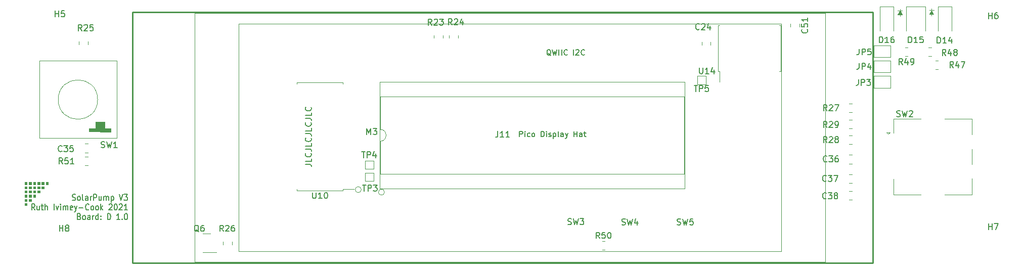
<source format=gto>
%TF.GenerationSoftware,KiCad,Pcbnew,(6.0.0-rc1-393-g0ad0627bb0)*%
%TF.CreationDate,2021-12-16T01:21:56+00:00*%
%TF.ProjectId,solarpump_disp,736f6c61-7270-4756-9d70-5f646973702e,1.0*%
%TF.SameCoordinates,Original*%
%TF.FileFunction,Legend,Top*%
%TF.FilePolarity,Positive*%
%FSLAX46Y46*%
G04 Gerber Fmt 4.6, Leading zero omitted, Abs format (unit mm)*
G04 Created by KiCad (PCBNEW (6.0.0-rc1-393-g0ad0627bb0)) date 2021-12-16 01:21:56*
%MOMM*%
%LPD*%
G01*
G04 APERTURE LIST*
%ADD10C,0.120000*%
%ADD11C,0.150000*%
%ADD12C,0.160000*%
%ADD13C,0.060000*%
%ADD14C,0.250000*%
%ADD15C,0.100000*%
G04 APERTURE END LIST*
D10*
X170078400Y-13944600D02*
X169697400Y-13919200D01*
X169697400Y-13919200D02*
X170459400Y-13919200D01*
X170459400Y-13919200D02*
X170078400Y-13944600D01*
G36*
X170078400Y-13944600D02*
G01*
X169697400Y-13919200D01*
X170459400Y-13919200D01*
X170078400Y-13944600D01*
G37*
X170078400Y-13944600D02*
X169697400Y-13919200D01*
X170459400Y-13919200D01*
X170078400Y-13944600D01*
X170078400Y-14884400D02*
X170078400Y-13665200D01*
X165125400Y-14706600D02*
X164414200Y-14706600D01*
X164414200Y-14706600D02*
X164769800Y-14071600D01*
X164769800Y-14071600D02*
X165125400Y-14706600D01*
G36*
X165125400Y-14706600D02*
G01*
X164414200Y-14706600D01*
X164769800Y-14071600D01*
X165125400Y-14706600D01*
G37*
X165125400Y-14706600D02*
X164414200Y-14706600D01*
X164769800Y-14071600D01*
X165125400Y-14706600D01*
X170434000Y-14630400D02*
X169722800Y-14630400D01*
X169722800Y-14630400D02*
X170078400Y-13995400D01*
X170078400Y-13995400D02*
X170434000Y-14630400D01*
G36*
X170434000Y-14630400D02*
G01*
X169722800Y-14630400D01*
X170078400Y-13995400D01*
X170434000Y-14630400D01*
G37*
X170434000Y-14630400D02*
X169722800Y-14630400D01*
X170078400Y-13995400D01*
X170434000Y-14630400D01*
X78465288Y-44434366D02*
G75*
G03*
X78465288Y-44434366I-500000J0D01*
G01*
X74577765Y-44007055D02*
G75*
G03*
X74577765Y-44007055I-500000J0D01*
G01*
X164769800Y-14020800D02*
X164388800Y-13995400D01*
X164388800Y-13995400D02*
X165150800Y-13995400D01*
X165150800Y-13995400D02*
X164769800Y-14020800D01*
G36*
X164769800Y-14020800D02*
G01*
X164388800Y-13995400D01*
X165150800Y-13995400D01*
X164769800Y-14020800D01*
G37*
X164769800Y-14020800D02*
X164388800Y-13995400D01*
X165150800Y-13995400D01*
X164769800Y-14020800D01*
X164769800Y-14960600D02*
X164769800Y-13741400D01*
D11*
X26229185Y-45759361D02*
X26357757Y-45806980D01*
X26572042Y-45806980D01*
X26657757Y-45759361D01*
X26700614Y-45711742D01*
X26743471Y-45616504D01*
X26743471Y-45521266D01*
X26700614Y-45426028D01*
X26657757Y-45378409D01*
X26572042Y-45330790D01*
X26400614Y-45283171D01*
X26314900Y-45235552D01*
X26272042Y-45187933D01*
X26229185Y-45092695D01*
X26229185Y-44997457D01*
X26272042Y-44902219D01*
X26314900Y-44854600D01*
X26400614Y-44806980D01*
X26614900Y-44806980D01*
X26743471Y-44854600D01*
X27257757Y-45806980D02*
X27172042Y-45759361D01*
X27129185Y-45711742D01*
X27086328Y-45616504D01*
X27086328Y-45330790D01*
X27129185Y-45235552D01*
X27172042Y-45187933D01*
X27257757Y-45140314D01*
X27386328Y-45140314D01*
X27472042Y-45187933D01*
X27514900Y-45235552D01*
X27557757Y-45330790D01*
X27557757Y-45616504D01*
X27514900Y-45711742D01*
X27472042Y-45759361D01*
X27386328Y-45806980D01*
X27257757Y-45806980D01*
X28072042Y-45806980D02*
X27986328Y-45759361D01*
X27943471Y-45664123D01*
X27943471Y-44806980D01*
X28800614Y-45806980D02*
X28800614Y-45283171D01*
X28757757Y-45187933D01*
X28672042Y-45140314D01*
X28500614Y-45140314D01*
X28414900Y-45187933D01*
X28800614Y-45759361D02*
X28714900Y-45806980D01*
X28500614Y-45806980D01*
X28414900Y-45759361D01*
X28372042Y-45664123D01*
X28372042Y-45568885D01*
X28414900Y-45473647D01*
X28500614Y-45426028D01*
X28714900Y-45426028D01*
X28800614Y-45378409D01*
X29229185Y-45806980D02*
X29229185Y-45140314D01*
X29229185Y-45330790D02*
X29272042Y-45235552D01*
X29314900Y-45187933D01*
X29400614Y-45140314D01*
X29486328Y-45140314D01*
X29786328Y-45806980D02*
X29786328Y-44806980D01*
X30129185Y-44806980D01*
X30214900Y-44854600D01*
X30257757Y-44902219D01*
X30300614Y-44997457D01*
X30300614Y-45140314D01*
X30257757Y-45235552D01*
X30214900Y-45283171D01*
X30129185Y-45330790D01*
X29786328Y-45330790D01*
X31072042Y-45140314D02*
X31072042Y-45806980D01*
X30686328Y-45140314D02*
X30686328Y-45664123D01*
X30729185Y-45759361D01*
X30814900Y-45806980D01*
X30943471Y-45806980D01*
X31029185Y-45759361D01*
X31072042Y-45711742D01*
X31500614Y-45806980D02*
X31500614Y-45140314D01*
X31500614Y-45235552D02*
X31543471Y-45187933D01*
X31629185Y-45140314D01*
X31757757Y-45140314D01*
X31843471Y-45187933D01*
X31886328Y-45283171D01*
X31886328Y-45806980D01*
X31886328Y-45283171D02*
X31929185Y-45187933D01*
X32014900Y-45140314D01*
X32143471Y-45140314D01*
X32229185Y-45187933D01*
X32272042Y-45283171D01*
X32272042Y-45806980D01*
X32700614Y-45140314D02*
X32700614Y-46140314D01*
X32700614Y-45187933D02*
X32786328Y-45140314D01*
X32957757Y-45140314D01*
X33043471Y-45187933D01*
X33086328Y-45235552D01*
X33129185Y-45330790D01*
X33129185Y-45616504D01*
X33086328Y-45711742D01*
X33043471Y-45759361D01*
X32957757Y-45806980D01*
X32786328Y-45806980D01*
X32700614Y-45759361D01*
X34072042Y-44806980D02*
X34372042Y-45806980D01*
X34672042Y-44806980D01*
X34886328Y-44806980D02*
X35443471Y-44806980D01*
X35143471Y-45187933D01*
X35272042Y-45187933D01*
X35357757Y-45235552D01*
X35400614Y-45283171D01*
X35443471Y-45378409D01*
X35443471Y-45616504D01*
X35400614Y-45711742D01*
X35357757Y-45759361D01*
X35272042Y-45806980D01*
X35014900Y-45806980D01*
X34929185Y-45759361D01*
X34886328Y-45711742D01*
X19929185Y-47416980D02*
X19629185Y-46940790D01*
X19414899Y-47416980D02*
X19414899Y-46416980D01*
X19757757Y-46416980D01*
X19843471Y-46464600D01*
X19886328Y-46512219D01*
X19929185Y-46607457D01*
X19929185Y-46750314D01*
X19886328Y-46845552D01*
X19843471Y-46893171D01*
X19757757Y-46940790D01*
X19414899Y-46940790D01*
X20700614Y-46750314D02*
X20700614Y-47416980D01*
X20314899Y-46750314D02*
X20314899Y-47274123D01*
X20357757Y-47369361D01*
X20443471Y-47416980D01*
X20572042Y-47416980D01*
X20657757Y-47369361D01*
X20700614Y-47321742D01*
X21000614Y-46750314D02*
X21343471Y-46750314D01*
X21129185Y-46416980D02*
X21129185Y-47274123D01*
X21172042Y-47369361D01*
X21257757Y-47416980D01*
X21343471Y-47416980D01*
X21643471Y-47416980D02*
X21643471Y-46416980D01*
X22029185Y-47416980D02*
X22029185Y-46893171D01*
X21986328Y-46797933D01*
X21900614Y-46750314D01*
X21772042Y-46750314D01*
X21686328Y-46797933D01*
X21643471Y-46845552D01*
X23143471Y-47416980D02*
X23143471Y-46416980D01*
X23486328Y-46750314D02*
X23700614Y-47416980D01*
X23914899Y-46750314D01*
X24257757Y-47416980D02*
X24257757Y-46750314D01*
X24257757Y-46416980D02*
X24214900Y-46464600D01*
X24257757Y-46512219D01*
X24300614Y-46464600D01*
X24257757Y-46416980D01*
X24257757Y-46512219D01*
X24686328Y-47416980D02*
X24686328Y-46750314D01*
X24686328Y-46845552D02*
X24729185Y-46797933D01*
X24814899Y-46750314D01*
X24943471Y-46750314D01*
X25029185Y-46797933D01*
X25072042Y-46893171D01*
X25072042Y-47416980D01*
X25072042Y-46893171D02*
X25114899Y-46797933D01*
X25200614Y-46750314D01*
X25329185Y-46750314D01*
X25414899Y-46797933D01*
X25457757Y-46893171D01*
X25457757Y-47416980D01*
X26229185Y-47369361D02*
X26143471Y-47416980D01*
X25972042Y-47416980D01*
X25886328Y-47369361D01*
X25843471Y-47274123D01*
X25843471Y-46893171D01*
X25886328Y-46797933D01*
X25972042Y-46750314D01*
X26143471Y-46750314D01*
X26229185Y-46797933D01*
X26272042Y-46893171D01*
X26272042Y-46988409D01*
X25843471Y-47083647D01*
X26572042Y-46750314D02*
X26786328Y-47416980D01*
X27000614Y-46750314D02*
X26786328Y-47416980D01*
X26700614Y-47655076D01*
X26657757Y-47702695D01*
X26572042Y-47750314D01*
X27343471Y-47036028D02*
X28029185Y-47036028D01*
X28972042Y-47321742D02*
X28929185Y-47369361D01*
X28800614Y-47416980D01*
X28714899Y-47416980D01*
X28586328Y-47369361D01*
X28500614Y-47274123D01*
X28457757Y-47178885D01*
X28414899Y-46988409D01*
X28414899Y-46845552D01*
X28457757Y-46655076D01*
X28500614Y-46559838D01*
X28586328Y-46464600D01*
X28714899Y-46416980D01*
X28800614Y-46416980D01*
X28929185Y-46464600D01*
X28972042Y-46512219D01*
X29486328Y-47416980D02*
X29400614Y-47369361D01*
X29357757Y-47321742D01*
X29314899Y-47226504D01*
X29314899Y-46940790D01*
X29357757Y-46845552D01*
X29400614Y-46797933D01*
X29486328Y-46750314D01*
X29614899Y-46750314D01*
X29700614Y-46797933D01*
X29743471Y-46845552D01*
X29786328Y-46940790D01*
X29786328Y-47226504D01*
X29743471Y-47321742D01*
X29700614Y-47369361D01*
X29614899Y-47416980D01*
X29486328Y-47416980D01*
X30300614Y-47416980D02*
X30214899Y-47369361D01*
X30172042Y-47321742D01*
X30129185Y-47226504D01*
X30129185Y-46940790D01*
X30172042Y-46845552D01*
X30214899Y-46797933D01*
X30300614Y-46750314D01*
X30429185Y-46750314D01*
X30514899Y-46797933D01*
X30557757Y-46845552D01*
X30600614Y-46940790D01*
X30600614Y-47226504D01*
X30557757Y-47321742D01*
X30514899Y-47369361D01*
X30429185Y-47416980D01*
X30300614Y-47416980D01*
X30986328Y-47416980D02*
X30986328Y-46416980D01*
X31072042Y-47036028D02*
X31329185Y-47416980D01*
X31329185Y-46750314D02*
X30986328Y-47131266D01*
X32357757Y-46512219D02*
X32400614Y-46464600D01*
X32486328Y-46416980D01*
X32700614Y-46416980D01*
X32786328Y-46464600D01*
X32829185Y-46512219D01*
X32872042Y-46607457D01*
X32872042Y-46702695D01*
X32829185Y-46845552D01*
X32314900Y-47416980D01*
X32872042Y-47416980D01*
X33429185Y-46416980D02*
X33514899Y-46416980D01*
X33600614Y-46464600D01*
X33643471Y-46512219D01*
X33686328Y-46607457D01*
X33729185Y-46797933D01*
X33729185Y-47036028D01*
X33686328Y-47226504D01*
X33643471Y-47321742D01*
X33600614Y-47369361D01*
X33514899Y-47416980D01*
X33429185Y-47416980D01*
X33343471Y-47369361D01*
X33300614Y-47321742D01*
X33257757Y-47226504D01*
X33214899Y-47036028D01*
X33214899Y-46797933D01*
X33257757Y-46607457D01*
X33300614Y-46512219D01*
X33343471Y-46464600D01*
X33429185Y-46416980D01*
X34072042Y-46512219D02*
X34114900Y-46464600D01*
X34200614Y-46416980D01*
X34414900Y-46416980D01*
X34500614Y-46464600D01*
X34543471Y-46512219D01*
X34586328Y-46607457D01*
X34586328Y-46702695D01*
X34543471Y-46845552D01*
X34029185Y-47416980D01*
X34586328Y-47416980D01*
X35443471Y-47416980D02*
X34929185Y-47416980D01*
X35186328Y-47416980D02*
X35186328Y-46416980D01*
X35100614Y-46559838D01*
X35014899Y-46655076D01*
X34929185Y-46702695D01*
X27386328Y-48503171D02*
X27514900Y-48550790D01*
X27557757Y-48598409D01*
X27600614Y-48693647D01*
X27600614Y-48836504D01*
X27557757Y-48931742D01*
X27514900Y-48979361D01*
X27429185Y-49026980D01*
X27086328Y-49026980D01*
X27086328Y-48026980D01*
X27386328Y-48026980D01*
X27472042Y-48074600D01*
X27514900Y-48122219D01*
X27557757Y-48217457D01*
X27557757Y-48312695D01*
X27514900Y-48407933D01*
X27472042Y-48455552D01*
X27386328Y-48503171D01*
X27086328Y-48503171D01*
X28114900Y-49026980D02*
X28029185Y-48979361D01*
X27986328Y-48931742D01*
X27943471Y-48836504D01*
X27943471Y-48550790D01*
X27986328Y-48455552D01*
X28029185Y-48407933D01*
X28114900Y-48360314D01*
X28243471Y-48360314D01*
X28329185Y-48407933D01*
X28372042Y-48455552D01*
X28414900Y-48550790D01*
X28414900Y-48836504D01*
X28372042Y-48931742D01*
X28329185Y-48979361D01*
X28243471Y-49026980D01*
X28114900Y-49026980D01*
X29186328Y-49026980D02*
X29186328Y-48503171D01*
X29143471Y-48407933D01*
X29057757Y-48360314D01*
X28886328Y-48360314D01*
X28800614Y-48407933D01*
X29186328Y-48979361D02*
X29100614Y-49026980D01*
X28886328Y-49026980D01*
X28800614Y-48979361D01*
X28757757Y-48884123D01*
X28757757Y-48788885D01*
X28800614Y-48693647D01*
X28886328Y-48646028D01*
X29100614Y-48646028D01*
X29186328Y-48598409D01*
X29614900Y-49026980D02*
X29614900Y-48360314D01*
X29614900Y-48550790D02*
X29657757Y-48455552D01*
X29700614Y-48407933D01*
X29786328Y-48360314D01*
X29872042Y-48360314D01*
X30557757Y-49026980D02*
X30557757Y-48026980D01*
X30557757Y-48979361D02*
X30472042Y-49026980D01*
X30300614Y-49026980D01*
X30214900Y-48979361D01*
X30172042Y-48931742D01*
X30129185Y-48836504D01*
X30129185Y-48550790D01*
X30172042Y-48455552D01*
X30214900Y-48407933D01*
X30300614Y-48360314D01*
X30472042Y-48360314D01*
X30557757Y-48407933D01*
X30986328Y-48931742D02*
X31029185Y-48979361D01*
X30986328Y-49026980D01*
X30943471Y-48979361D01*
X30986328Y-48931742D01*
X30986328Y-49026980D01*
X30986328Y-48407933D02*
X31029185Y-48455552D01*
X30986328Y-48503171D01*
X30943471Y-48455552D01*
X30986328Y-48407933D01*
X30986328Y-48503171D01*
X32100614Y-49026980D02*
X32100614Y-48026980D01*
X32314900Y-48026980D01*
X32443471Y-48074600D01*
X32529185Y-48169838D01*
X32572042Y-48265076D01*
X32614900Y-48455552D01*
X32614900Y-48598409D01*
X32572042Y-48788885D01*
X32529185Y-48884123D01*
X32443471Y-48979361D01*
X32314900Y-49026980D01*
X32100614Y-49026980D01*
X34157757Y-49026980D02*
X33643471Y-49026980D01*
X33900614Y-49026980D02*
X33900614Y-48026980D01*
X33814900Y-48169838D01*
X33729185Y-48265076D01*
X33643471Y-48312695D01*
X34543471Y-48931742D02*
X34586328Y-48979361D01*
X34543471Y-49026980D01*
X34500614Y-48979361D01*
X34543471Y-48931742D01*
X34543471Y-49026980D01*
X35143471Y-48026980D02*
X35229185Y-48026980D01*
X35314900Y-48074600D01*
X35357757Y-48122219D01*
X35400614Y-48217457D01*
X35443471Y-48407933D01*
X35443471Y-48646028D01*
X35400614Y-48836504D01*
X35357757Y-48931742D01*
X35314900Y-48979361D01*
X35229185Y-49026980D01*
X35143471Y-49026980D01*
X35057757Y-48979361D01*
X35014900Y-48931742D01*
X34972042Y-48836504D01*
X34929185Y-48646028D01*
X34929185Y-48407933D01*
X34972042Y-48217457D01*
X35014900Y-48122219D01*
X35057757Y-48074600D01*
X35143471Y-48026980D01*
D12*
X106327885Y-21549457D02*
X106242171Y-21506600D01*
X106156457Y-21420885D01*
X106027885Y-21292314D01*
X105942171Y-21249457D01*
X105856457Y-21249457D01*
X105899314Y-21463742D02*
X105813600Y-21420885D01*
X105727885Y-21335171D01*
X105685028Y-21163742D01*
X105685028Y-20863742D01*
X105727885Y-20692314D01*
X105813600Y-20606600D01*
X105899314Y-20563742D01*
X106070742Y-20563742D01*
X106156457Y-20606600D01*
X106242171Y-20692314D01*
X106285028Y-20863742D01*
X106285028Y-21163742D01*
X106242171Y-21335171D01*
X106156457Y-21420885D01*
X106070742Y-21463742D01*
X105899314Y-21463742D01*
X106585028Y-20563742D02*
X106799314Y-21463742D01*
X106970742Y-20820885D01*
X107142171Y-21463742D01*
X107356457Y-20563742D01*
X107699314Y-21463742D02*
X107699314Y-20563742D01*
X108127885Y-21463742D02*
X108127885Y-20563742D01*
X109070742Y-21378028D02*
X109027885Y-21420885D01*
X108899314Y-21463742D01*
X108813600Y-21463742D01*
X108685028Y-21420885D01*
X108599314Y-21335171D01*
X108556457Y-21249457D01*
X108513600Y-21078028D01*
X108513600Y-20949457D01*
X108556457Y-20778028D01*
X108599314Y-20692314D01*
X108685028Y-20606600D01*
X108813600Y-20563742D01*
X108899314Y-20563742D01*
X109027885Y-20606600D01*
X109070742Y-20649457D01*
X110142171Y-21463742D02*
X110142171Y-20563742D01*
X110527885Y-20649457D02*
X110570742Y-20606600D01*
X110656457Y-20563742D01*
X110870742Y-20563742D01*
X110956457Y-20606600D01*
X110999314Y-20649457D01*
X111042171Y-20735171D01*
X111042171Y-20820885D01*
X110999314Y-20949457D01*
X110485028Y-21463742D01*
X111042171Y-21463742D01*
X111942171Y-21378028D02*
X111899314Y-21420885D01*
X111770742Y-21463742D01*
X111685028Y-21463742D01*
X111556457Y-21420885D01*
X111470742Y-21335171D01*
X111427885Y-21249457D01*
X111385028Y-21078028D01*
X111385028Y-20949457D01*
X111427885Y-20778028D01*
X111470742Y-20692314D01*
X111556457Y-20606600D01*
X111685028Y-20563742D01*
X111770742Y-20563742D01*
X111899314Y-20606600D01*
X111942171Y-20649457D01*
D11*
X65226380Y-39766102D02*
X65940666Y-39766102D01*
X66083523Y-39813721D01*
X66178761Y-39908959D01*
X66226380Y-40051816D01*
X66226380Y-40147055D01*
X66226380Y-38813721D02*
X66226380Y-39289912D01*
X65226380Y-39289912D01*
X66131142Y-37908959D02*
X66178761Y-37956578D01*
X66226380Y-38099435D01*
X66226380Y-38194674D01*
X66178761Y-38337531D01*
X66083523Y-38432769D01*
X65988285Y-38480388D01*
X65797809Y-38528007D01*
X65654952Y-38528007D01*
X65464476Y-38480388D01*
X65369238Y-38432769D01*
X65274000Y-38337531D01*
X65226380Y-38194674D01*
X65226380Y-38099435D01*
X65274000Y-37956578D01*
X65321619Y-37908959D01*
X65226380Y-37194674D02*
X65940666Y-37194674D01*
X66083523Y-37242293D01*
X66178761Y-37337531D01*
X66226380Y-37480388D01*
X66226380Y-37575626D01*
X66226380Y-36242293D02*
X66226380Y-36718483D01*
X65226380Y-36718483D01*
X66131142Y-35337531D02*
X66178761Y-35385150D01*
X66226380Y-35528007D01*
X66226380Y-35623245D01*
X66178761Y-35766102D01*
X66083523Y-35861340D01*
X65988285Y-35908959D01*
X65797809Y-35956578D01*
X65654952Y-35956578D01*
X65464476Y-35908959D01*
X65369238Y-35861340D01*
X65274000Y-35766102D01*
X65226380Y-35623245D01*
X65226380Y-35528007D01*
X65274000Y-35385150D01*
X65321619Y-35337531D01*
X65226380Y-34623245D02*
X65940666Y-34623245D01*
X66083523Y-34670864D01*
X66178761Y-34766102D01*
X66226380Y-34908959D01*
X66226380Y-35004197D01*
X66226380Y-33670864D02*
X66226380Y-34147055D01*
X65226380Y-34147055D01*
X66131142Y-32766102D02*
X66178761Y-32813721D01*
X66226380Y-32956578D01*
X66226380Y-33051816D01*
X66178761Y-33194674D01*
X66083523Y-33289912D01*
X65988285Y-33337531D01*
X65797809Y-33385150D01*
X65654952Y-33385150D01*
X65464476Y-33337531D01*
X65369238Y-33289912D01*
X65274000Y-33194674D01*
X65226380Y-33051816D01*
X65226380Y-32956578D01*
X65274000Y-32813721D01*
X65321619Y-32766102D01*
X65226380Y-32051816D02*
X65940666Y-32051816D01*
X66083523Y-32099435D01*
X66178761Y-32194674D01*
X66226380Y-32337531D01*
X66226380Y-32432769D01*
X66226380Y-31099435D02*
X66226380Y-31575626D01*
X65226380Y-31575626D01*
X66131142Y-30194674D02*
X66178761Y-30242293D01*
X66226380Y-30385150D01*
X66226380Y-30480388D01*
X66178761Y-30623245D01*
X66083523Y-30718483D01*
X65988285Y-30766102D01*
X65797809Y-30813721D01*
X65654952Y-30813721D01*
X65464476Y-30766102D01*
X65369238Y-30718483D01*
X65274000Y-30623245D01*
X65226380Y-30480388D01*
X65226380Y-30385150D01*
X65274000Y-30242293D01*
X65321619Y-30194674D01*
D12*
X101092685Y-35128942D02*
X101092685Y-34228942D01*
X101435542Y-34228942D01*
X101521257Y-34271800D01*
X101564114Y-34314657D01*
X101606971Y-34400371D01*
X101606971Y-34528942D01*
X101564114Y-34614657D01*
X101521257Y-34657514D01*
X101435542Y-34700371D01*
X101092685Y-34700371D01*
X101992685Y-35128942D02*
X101992685Y-34528942D01*
X101992685Y-34228942D02*
X101949828Y-34271800D01*
X101992685Y-34314657D01*
X102035542Y-34271800D01*
X101992685Y-34228942D01*
X101992685Y-34314657D01*
X102806971Y-35086085D02*
X102721257Y-35128942D01*
X102549828Y-35128942D01*
X102464114Y-35086085D01*
X102421257Y-35043228D01*
X102378400Y-34957514D01*
X102378400Y-34700371D01*
X102421257Y-34614657D01*
X102464114Y-34571800D01*
X102549828Y-34528942D01*
X102721257Y-34528942D01*
X102806971Y-34571800D01*
X103321257Y-35128942D02*
X103235542Y-35086085D01*
X103192685Y-35043228D01*
X103149828Y-34957514D01*
X103149828Y-34700371D01*
X103192685Y-34614657D01*
X103235542Y-34571800D01*
X103321257Y-34528942D01*
X103449828Y-34528942D01*
X103535542Y-34571800D01*
X103578400Y-34614657D01*
X103621257Y-34700371D01*
X103621257Y-34957514D01*
X103578400Y-35043228D01*
X103535542Y-35086085D01*
X103449828Y-35128942D01*
X103321257Y-35128942D01*
X104692685Y-35128942D02*
X104692685Y-34228942D01*
X104906971Y-34228942D01*
X105035542Y-34271800D01*
X105121257Y-34357514D01*
X105164114Y-34443228D01*
X105206971Y-34614657D01*
X105206971Y-34743228D01*
X105164114Y-34914657D01*
X105121257Y-35000371D01*
X105035542Y-35086085D01*
X104906971Y-35128942D01*
X104692685Y-35128942D01*
X105592685Y-35128942D02*
X105592685Y-34528942D01*
X105592685Y-34228942D02*
X105549828Y-34271800D01*
X105592685Y-34314657D01*
X105635542Y-34271800D01*
X105592685Y-34228942D01*
X105592685Y-34314657D01*
X105978400Y-35086085D02*
X106064114Y-35128942D01*
X106235542Y-35128942D01*
X106321257Y-35086085D01*
X106364114Y-35000371D01*
X106364114Y-34957514D01*
X106321257Y-34871800D01*
X106235542Y-34828942D01*
X106106971Y-34828942D01*
X106021257Y-34786085D01*
X105978400Y-34700371D01*
X105978400Y-34657514D01*
X106021257Y-34571800D01*
X106106971Y-34528942D01*
X106235542Y-34528942D01*
X106321257Y-34571800D01*
X106749828Y-34528942D02*
X106749828Y-35428942D01*
X106749828Y-34571800D02*
X106835542Y-34528942D01*
X107006971Y-34528942D01*
X107092685Y-34571800D01*
X107135542Y-34614657D01*
X107178400Y-34700371D01*
X107178400Y-34957514D01*
X107135542Y-35043228D01*
X107092685Y-35086085D01*
X107006971Y-35128942D01*
X106835542Y-35128942D01*
X106749828Y-35086085D01*
X107692685Y-35128942D02*
X107606971Y-35086085D01*
X107564114Y-35000371D01*
X107564114Y-34228942D01*
X108421257Y-35128942D02*
X108421257Y-34657514D01*
X108378400Y-34571800D01*
X108292685Y-34528942D01*
X108121257Y-34528942D01*
X108035542Y-34571800D01*
X108421257Y-35086085D02*
X108335542Y-35128942D01*
X108121257Y-35128942D01*
X108035542Y-35086085D01*
X107992685Y-35000371D01*
X107992685Y-34914657D01*
X108035542Y-34828942D01*
X108121257Y-34786085D01*
X108335542Y-34786085D01*
X108421257Y-34743228D01*
X108764114Y-34528942D02*
X108978400Y-35128942D01*
X109192685Y-34528942D02*
X108978400Y-35128942D01*
X108892685Y-35343228D01*
X108849828Y-35386085D01*
X108764114Y-35428942D01*
X110221257Y-35128942D02*
X110221257Y-34228942D01*
X110221257Y-34657514D02*
X110735542Y-34657514D01*
X110735542Y-35128942D02*
X110735542Y-34228942D01*
X111549828Y-35128942D02*
X111549828Y-34657514D01*
X111506971Y-34571800D01*
X111421257Y-34528942D01*
X111249828Y-34528942D01*
X111164114Y-34571800D01*
X111549828Y-35086085D02*
X111464114Y-35128942D01*
X111249828Y-35128942D01*
X111164114Y-35086085D01*
X111121257Y-35000371D01*
X111121257Y-34914657D01*
X111164114Y-34828942D01*
X111249828Y-34786085D01*
X111464114Y-34786085D01*
X111549828Y-34743228D01*
X111849828Y-34528942D02*
X112192685Y-34528942D01*
X111978400Y-34228942D02*
X111978400Y-35000371D01*
X112021257Y-35086085D01*
X112106971Y-35128942D01*
X112192685Y-35128942D01*
D11*
%TO.C,TP5*%
X130310095Y-26554380D02*
X130881523Y-26554380D01*
X130595809Y-27554380D02*
X130595809Y-26554380D01*
X131214857Y-27554380D02*
X131214857Y-26554380D01*
X131595809Y-26554380D01*
X131691047Y-26602000D01*
X131738666Y-26649619D01*
X131786285Y-26744857D01*
X131786285Y-26887714D01*
X131738666Y-26982952D01*
X131691047Y-27030571D01*
X131595809Y-27078190D01*
X131214857Y-27078190D01*
X132691047Y-26554380D02*
X132214857Y-26554380D01*
X132167238Y-27030571D01*
X132214857Y-26982952D01*
X132310095Y-26935333D01*
X132548190Y-26935333D01*
X132643428Y-26982952D01*
X132691047Y-27030571D01*
X132738666Y-27125809D01*
X132738666Y-27363904D01*
X132691047Y-27459142D01*
X132643428Y-27506761D01*
X132548190Y-27554380D01*
X132310095Y-27554380D01*
X132214857Y-27506761D01*
X132167238Y-27459142D01*
%TO.C,R23*%
X86408907Y-16448435D02*
X86075574Y-15972245D01*
X85837479Y-16448435D02*
X85837479Y-15448435D01*
X86218431Y-15448435D01*
X86313669Y-15496055D01*
X86361288Y-15543674D01*
X86408907Y-15638912D01*
X86408907Y-15781769D01*
X86361288Y-15877007D01*
X86313669Y-15924626D01*
X86218431Y-15972245D01*
X85837479Y-15972245D01*
X86789860Y-15543674D02*
X86837479Y-15496055D01*
X86932717Y-15448435D01*
X87170812Y-15448435D01*
X87266050Y-15496055D01*
X87313669Y-15543674D01*
X87361288Y-15638912D01*
X87361288Y-15734150D01*
X87313669Y-15877007D01*
X86742241Y-16448435D01*
X87361288Y-16448435D01*
X87694622Y-15448435D02*
X88313669Y-15448435D01*
X87980336Y-15829388D01*
X88123193Y-15829388D01*
X88218431Y-15877007D01*
X88266050Y-15924626D01*
X88313669Y-16019864D01*
X88313669Y-16257959D01*
X88266050Y-16353197D01*
X88218431Y-16400816D01*
X88123193Y-16448435D01*
X87837479Y-16448435D01*
X87742241Y-16400816D01*
X87694622Y-16353197D01*
%TO.C,C37*%
X152446142Y-42521142D02*
X152398523Y-42568761D01*
X152255666Y-42616380D01*
X152160428Y-42616380D01*
X152017571Y-42568761D01*
X151922333Y-42473523D01*
X151874714Y-42378285D01*
X151827095Y-42187809D01*
X151827095Y-42044952D01*
X151874714Y-41854476D01*
X151922333Y-41759238D01*
X152017571Y-41664000D01*
X152160428Y-41616380D01*
X152255666Y-41616380D01*
X152398523Y-41664000D01*
X152446142Y-41711619D01*
X152779476Y-41616380D02*
X153398523Y-41616380D01*
X153065190Y-41997333D01*
X153208047Y-41997333D01*
X153303285Y-42044952D01*
X153350904Y-42092571D01*
X153398523Y-42187809D01*
X153398523Y-42425904D01*
X153350904Y-42521142D01*
X153303285Y-42568761D01*
X153208047Y-42616380D01*
X152922333Y-42616380D01*
X152827095Y-42568761D01*
X152779476Y-42521142D01*
X153731857Y-41616380D02*
X154398523Y-41616380D01*
X153969952Y-42616380D01*
%TO.C,R49*%
X165219142Y-23057380D02*
X164885809Y-22581190D01*
X164647714Y-23057380D02*
X164647714Y-22057380D01*
X165028666Y-22057380D01*
X165123904Y-22105000D01*
X165171523Y-22152619D01*
X165219142Y-22247857D01*
X165219142Y-22390714D01*
X165171523Y-22485952D01*
X165123904Y-22533571D01*
X165028666Y-22581190D01*
X164647714Y-22581190D01*
X166076285Y-22390714D02*
X166076285Y-23057380D01*
X165838190Y-22009761D02*
X165600095Y-22724047D01*
X166219142Y-22724047D01*
X166647714Y-23057380D02*
X166838190Y-23057380D01*
X166933428Y-23009761D01*
X166981047Y-22962142D01*
X167076285Y-22819285D01*
X167123904Y-22628809D01*
X167123904Y-22247857D01*
X167076285Y-22152619D01*
X167028666Y-22105000D01*
X166933428Y-22057380D01*
X166742952Y-22057380D01*
X166647714Y-22105000D01*
X166600095Y-22152619D01*
X166552476Y-22247857D01*
X166552476Y-22485952D01*
X166600095Y-22581190D01*
X166647714Y-22628809D01*
X166742952Y-22676428D01*
X166933428Y-22676428D01*
X167028666Y-22628809D01*
X167076285Y-22581190D01*
X167123904Y-22485952D01*
%TO.C,Q6*%
X47373208Y-51074542D02*
X47277970Y-51026923D01*
X47182732Y-50931684D01*
X47039875Y-50788827D01*
X46944637Y-50741208D01*
X46849399Y-50741208D01*
X46897018Y-50979303D02*
X46801780Y-50931684D01*
X46706542Y-50836446D01*
X46658923Y-50645970D01*
X46658923Y-50312637D01*
X46706542Y-50122161D01*
X46801780Y-50026923D01*
X46897018Y-49979303D01*
X47087494Y-49979303D01*
X47182732Y-50026923D01*
X47277970Y-50122161D01*
X47325589Y-50312637D01*
X47325589Y-50645970D01*
X47277970Y-50836446D01*
X47182732Y-50931684D01*
X47087494Y-50979303D01*
X46897018Y-50979303D01*
X48182732Y-49979303D02*
X47992256Y-49979303D01*
X47897018Y-50026923D01*
X47849399Y-50074542D01*
X47754161Y-50217399D01*
X47706542Y-50407875D01*
X47706542Y-50788827D01*
X47754161Y-50884065D01*
X47801780Y-50931684D01*
X47897018Y-50979303D01*
X48087494Y-50979303D01*
X48182732Y-50931684D01*
X48230351Y-50884065D01*
X48277970Y-50788827D01*
X48277970Y-50550732D01*
X48230351Y-50455494D01*
X48182732Y-50407875D01*
X48087494Y-50360256D01*
X47897018Y-50360256D01*
X47801780Y-50407875D01*
X47754161Y-50455494D01*
X47706542Y-50550732D01*
%TO.C,C51*%
X149230142Y-17152857D02*
X149277761Y-17200476D01*
X149325380Y-17343333D01*
X149325380Y-17438571D01*
X149277761Y-17581428D01*
X149182523Y-17676666D01*
X149087285Y-17724285D01*
X148896809Y-17771904D01*
X148753952Y-17771904D01*
X148563476Y-17724285D01*
X148468238Y-17676666D01*
X148373000Y-17581428D01*
X148325380Y-17438571D01*
X148325380Y-17343333D01*
X148373000Y-17200476D01*
X148420619Y-17152857D01*
X148325380Y-16248095D02*
X148325380Y-16724285D01*
X148801571Y-16771904D01*
X148753952Y-16724285D01*
X148706333Y-16629047D01*
X148706333Y-16390952D01*
X148753952Y-16295714D01*
X148801571Y-16248095D01*
X148896809Y-16200476D01*
X149134904Y-16200476D01*
X149230142Y-16248095D01*
X149277761Y-16295714D01*
X149325380Y-16390952D01*
X149325380Y-16629047D01*
X149277761Y-16724285D01*
X149230142Y-16771904D01*
X149325380Y-15248095D02*
X149325380Y-15819523D01*
X149325380Y-15533809D02*
X148325380Y-15533809D01*
X148468238Y-15629047D01*
X148563476Y-15724285D01*
X148611095Y-15819523D01*
%TO.C,U14*%
X131222904Y-23582380D02*
X131222904Y-24391904D01*
X131270523Y-24487142D01*
X131318142Y-24534761D01*
X131413380Y-24582380D01*
X131603857Y-24582380D01*
X131699095Y-24534761D01*
X131746714Y-24487142D01*
X131794333Y-24391904D01*
X131794333Y-23582380D01*
X132794333Y-24582380D02*
X132222904Y-24582380D01*
X132508619Y-24582380D02*
X132508619Y-23582380D01*
X132413380Y-23725238D01*
X132318142Y-23820476D01*
X132222904Y-23868095D01*
X133651476Y-23915714D02*
X133651476Y-24582380D01*
X133413380Y-23534761D02*
X133175285Y-24249047D01*
X133794333Y-24249047D01*
%TO.C,R25*%
X27805142Y-17394180D02*
X27471809Y-16917990D01*
X27233714Y-17394180D02*
X27233714Y-16394180D01*
X27614666Y-16394180D01*
X27709904Y-16441800D01*
X27757523Y-16489419D01*
X27805142Y-16584657D01*
X27805142Y-16727514D01*
X27757523Y-16822752D01*
X27709904Y-16870371D01*
X27614666Y-16917990D01*
X27233714Y-16917990D01*
X28186095Y-16489419D02*
X28233714Y-16441800D01*
X28328952Y-16394180D01*
X28567047Y-16394180D01*
X28662285Y-16441800D01*
X28709904Y-16489419D01*
X28757523Y-16584657D01*
X28757523Y-16679895D01*
X28709904Y-16822752D01*
X28138476Y-17394180D01*
X28757523Y-17394180D01*
X29662285Y-16394180D02*
X29186095Y-16394180D01*
X29138476Y-16870371D01*
X29186095Y-16822752D01*
X29281333Y-16775133D01*
X29519428Y-16775133D01*
X29614666Y-16822752D01*
X29662285Y-16870371D01*
X29709904Y-16965609D01*
X29709904Y-17203704D01*
X29662285Y-17298942D01*
X29614666Y-17346561D01*
X29519428Y-17394180D01*
X29281333Y-17394180D01*
X29186095Y-17346561D01*
X29138476Y-17298942D01*
%TO.C,H7*%
X179628895Y-50668180D02*
X179628895Y-49668180D01*
X179628895Y-50144371D02*
X180200323Y-50144371D01*
X180200323Y-50668180D02*
X180200323Y-49668180D01*
X180581276Y-49668180D02*
X181247942Y-49668180D01*
X180819371Y-50668180D01*
%TO.C,R27*%
X152573142Y-30805380D02*
X152239809Y-30329190D01*
X152001714Y-30805380D02*
X152001714Y-29805380D01*
X152382666Y-29805380D01*
X152477904Y-29853000D01*
X152525523Y-29900619D01*
X152573142Y-29995857D01*
X152573142Y-30138714D01*
X152525523Y-30233952D01*
X152477904Y-30281571D01*
X152382666Y-30329190D01*
X152001714Y-30329190D01*
X152954095Y-29900619D02*
X153001714Y-29853000D01*
X153096952Y-29805380D01*
X153335047Y-29805380D01*
X153430285Y-29853000D01*
X153477904Y-29900619D01*
X153525523Y-29995857D01*
X153525523Y-30091095D01*
X153477904Y-30233952D01*
X152906476Y-30805380D01*
X153525523Y-30805380D01*
X153858857Y-29805380D02*
X154525523Y-29805380D01*
X154096952Y-30805380D01*
%TO.C,C35*%
X24477742Y-37542742D02*
X24430123Y-37590361D01*
X24287266Y-37637980D01*
X24192028Y-37637980D01*
X24049171Y-37590361D01*
X23953933Y-37495123D01*
X23906314Y-37399885D01*
X23858695Y-37209409D01*
X23858695Y-37066552D01*
X23906314Y-36876076D01*
X23953933Y-36780838D01*
X24049171Y-36685600D01*
X24192028Y-36637980D01*
X24287266Y-36637980D01*
X24430123Y-36685600D01*
X24477742Y-36733219D01*
X24811076Y-36637980D02*
X25430123Y-36637980D01*
X25096790Y-37018933D01*
X25239647Y-37018933D01*
X25334885Y-37066552D01*
X25382504Y-37114171D01*
X25430123Y-37209409D01*
X25430123Y-37447504D01*
X25382504Y-37542742D01*
X25334885Y-37590361D01*
X25239647Y-37637980D01*
X24953933Y-37637980D01*
X24858695Y-37590361D01*
X24811076Y-37542742D01*
X26334885Y-36637980D02*
X25858695Y-36637980D01*
X25811076Y-37114171D01*
X25858695Y-37066552D01*
X25953933Y-37018933D01*
X26192028Y-37018933D01*
X26287266Y-37066552D01*
X26334885Y-37114171D01*
X26382504Y-37209409D01*
X26382504Y-37447504D01*
X26334885Y-37542742D01*
X26287266Y-37590361D01*
X26192028Y-37637980D01*
X25953933Y-37637980D01*
X25858695Y-37590361D01*
X25811076Y-37542742D01*
%TO.C,JP4*%
X157942066Y-22845780D02*
X157942066Y-23560066D01*
X157894447Y-23702923D01*
X157799209Y-23798161D01*
X157656352Y-23845780D01*
X157561114Y-23845780D01*
X158418257Y-23845780D02*
X158418257Y-22845780D01*
X158799209Y-22845780D01*
X158894447Y-22893400D01*
X158942066Y-22941019D01*
X158989685Y-23036257D01*
X158989685Y-23179114D01*
X158942066Y-23274352D01*
X158894447Y-23321971D01*
X158799209Y-23369590D01*
X158418257Y-23369590D01*
X159846828Y-23179114D02*
X159846828Y-23845780D01*
X159608733Y-22798161D02*
X159370638Y-23512447D01*
X159989685Y-23512447D01*
%TO.C,TP3*%
X74797095Y-43237435D02*
X75368523Y-43237435D01*
X75082809Y-44237435D02*
X75082809Y-43237435D01*
X75701857Y-44237435D02*
X75701857Y-43237435D01*
X76082809Y-43237435D01*
X76178047Y-43285055D01*
X76225666Y-43332674D01*
X76273285Y-43427912D01*
X76273285Y-43570769D01*
X76225666Y-43666007D01*
X76178047Y-43713626D01*
X76082809Y-43761245D01*
X75701857Y-43761245D01*
X76606619Y-43237435D02*
X77225666Y-43237435D01*
X76892333Y-43618388D01*
X77035190Y-43618388D01*
X77130428Y-43666007D01*
X77178047Y-43713626D01*
X77225666Y-43808864D01*
X77225666Y-44046959D01*
X77178047Y-44142197D01*
X77130428Y-44189816D01*
X77035190Y-44237435D01*
X76749476Y-44237435D01*
X76654238Y-44189816D01*
X76606619Y-44142197D01*
%TO.C,H6*%
X179628895Y-15362180D02*
X179628895Y-14362180D01*
X179628895Y-14838371D02*
X180200323Y-14838371D01*
X180200323Y-15362180D02*
X180200323Y-14362180D01*
X181105085Y-14362180D02*
X180914609Y-14362180D01*
X180819371Y-14409800D01*
X180771752Y-14457419D01*
X180676514Y-14600276D01*
X180628895Y-14790752D01*
X180628895Y-15171704D01*
X180676514Y-15266942D01*
X180724133Y-15314561D01*
X180819371Y-15362180D01*
X181009847Y-15362180D01*
X181105085Y-15314561D01*
X181152704Y-15266942D01*
X181200323Y-15171704D01*
X181200323Y-14933609D01*
X181152704Y-14838371D01*
X181105085Y-14790752D01*
X181009847Y-14743133D01*
X180819371Y-14743133D01*
X180724133Y-14790752D01*
X180676514Y-14838371D01*
X180628895Y-14933609D01*
%TO.C,R24*%
X89800142Y-16423435D02*
X89466809Y-15947245D01*
X89228714Y-16423435D02*
X89228714Y-15423435D01*
X89609666Y-15423435D01*
X89704904Y-15471055D01*
X89752523Y-15518674D01*
X89800142Y-15613912D01*
X89800142Y-15756769D01*
X89752523Y-15852007D01*
X89704904Y-15899626D01*
X89609666Y-15947245D01*
X89228714Y-15947245D01*
X90181095Y-15518674D02*
X90228714Y-15471055D01*
X90323952Y-15423435D01*
X90562047Y-15423435D01*
X90657285Y-15471055D01*
X90704904Y-15518674D01*
X90752523Y-15613912D01*
X90752523Y-15709150D01*
X90704904Y-15852007D01*
X90133476Y-16423435D01*
X90752523Y-16423435D01*
X91609666Y-15756769D02*
X91609666Y-16423435D01*
X91371571Y-15375816D02*
X91133476Y-16090102D01*
X91752523Y-16090102D01*
%TO.C,SW2*%
X164255266Y-31734661D02*
X164398123Y-31782280D01*
X164636219Y-31782280D01*
X164731457Y-31734661D01*
X164779076Y-31687042D01*
X164826695Y-31591804D01*
X164826695Y-31496566D01*
X164779076Y-31401328D01*
X164731457Y-31353709D01*
X164636219Y-31306090D01*
X164445742Y-31258471D01*
X164350504Y-31210852D01*
X164302885Y-31163233D01*
X164255266Y-31067995D01*
X164255266Y-30972757D01*
X164302885Y-30877519D01*
X164350504Y-30829900D01*
X164445742Y-30782280D01*
X164683838Y-30782280D01*
X164826695Y-30829900D01*
X165160028Y-30782280D02*
X165398123Y-31782280D01*
X165588600Y-31067995D01*
X165779076Y-31782280D01*
X166017171Y-30782280D01*
X166350504Y-30877519D02*
X166398123Y-30829900D01*
X166493361Y-30782280D01*
X166731457Y-30782280D01*
X166826695Y-30829900D01*
X166874314Y-30877519D01*
X166921933Y-30972757D01*
X166921933Y-31067995D01*
X166874314Y-31210852D01*
X166302885Y-31782280D01*
X166921933Y-31782280D01*
%TO.C,M3*%
X75526523Y-34778380D02*
X75526523Y-33778380D01*
X75859856Y-34492666D01*
X76193189Y-33778380D01*
X76193189Y-34778380D01*
X76574142Y-33778380D02*
X77193189Y-33778380D01*
X76859856Y-34159333D01*
X77002713Y-34159333D01*
X77097951Y-34206952D01*
X77145570Y-34254571D01*
X77193189Y-34349809D01*
X77193189Y-34587904D01*
X77145570Y-34683142D01*
X77097951Y-34730761D01*
X77002713Y-34778380D01*
X76716999Y-34778380D01*
X76621761Y-34730761D01*
X76574142Y-34683142D01*
%TO.C,D14*%
X171023114Y-19476980D02*
X171023114Y-18476980D01*
X171261209Y-18476980D01*
X171404066Y-18524600D01*
X171499304Y-18619838D01*
X171546923Y-18715076D01*
X171594542Y-18905552D01*
X171594542Y-19048409D01*
X171546923Y-19238885D01*
X171499304Y-19334123D01*
X171404066Y-19429361D01*
X171261209Y-19476980D01*
X171023114Y-19476980D01*
X172546923Y-19476980D02*
X171975495Y-19476980D01*
X172261209Y-19476980D02*
X172261209Y-18476980D01*
X172165971Y-18619838D01*
X172070733Y-18715076D01*
X171975495Y-18762695D01*
X173404066Y-18810314D02*
X173404066Y-19476980D01*
X173165971Y-18429361D02*
X172927876Y-19143647D01*
X173546923Y-19143647D01*
%TO.C,JP3*%
X157830066Y-25538180D02*
X157830066Y-26252466D01*
X157782447Y-26395323D01*
X157687209Y-26490561D01*
X157544352Y-26538180D01*
X157449114Y-26538180D01*
X158306257Y-26538180D02*
X158306257Y-25538180D01*
X158687209Y-25538180D01*
X158782447Y-25585800D01*
X158830066Y-25633419D01*
X158877685Y-25728657D01*
X158877685Y-25871514D01*
X158830066Y-25966752D01*
X158782447Y-26014371D01*
X158687209Y-26061990D01*
X158306257Y-26061990D01*
X159211019Y-25538180D02*
X159830066Y-25538180D01*
X159496733Y-25919133D01*
X159639590Y-25919133D01*
X159734828Y-25966752D01*
X159782447Y-26014371D01*
X159830066Y-26109609D01*
X159830066Y-26347704D01*
X159782447Y-26442942D01*
X159734828Y-26490561D01*
X159639590Y-26538180D01*
X159353876Y-26538180D01*
X159258638Y-26490561D01*
X159211019Y-26442942D01*
%TO.C,JP5*%
X157942066Y-20432780D02*
X157942066Y-21147066D01*
X157894447Y-21289923D01*
X157799209Y-21385161D01*
X157656352Y-21432780D01*
X157561114Y-21432780D01*
X158418257Y-21432780D02*
X158418257Y-20432780D01*
X158799209Y-20432780D01*
X158894447Y-20480400D01*
X158942066Y-20528019D01*
X158989685Y-20623257D01*
X158989685Y-20766114D01*
X158942066Y-20861352D01*
X158894447Y-20908971D01*
X158799209Y-20956590D01*
X158418257Y-20956590D01*
X159894447Y-20432780D02*
X159418257Y-20432780D01*
X159370638Y-20908971D01*
X159418257Y-20861352D01*
X159513495Y-20813733D01*
X159751590Y-20813733D01*
X159846828Y-20861352D01*
X159894447Y-20908971D01*
X159942066Y-21004209D01*
X159942066Y-21242304D01*
X159894447Y-21337542D01*
X159846828Y-21385161D01*
X159751590Y-21432780D01*
X159513495Y-21432780D01*
X159418257Y-21385161D01*
X159370638Y-21337542D01*
%TO.C,R51*%
X24579342Y-39695380D02*
X24246009Y-39219190D01*
X24007914Y-39695380D02*
X24007914Y-38695380D01*
X24388866Y-38695380D01*
X24484104Y-38743000D01*
X24531723Y-38790619D01*
X24579342Y-38885857D01*
X24579342Y-39028714D01*
X24531723Y-39123952D01*
X24484104Y-39171571D01*
X24388866Y-39219190D01*
X24007914Y-39219190D01*
X25484104Y-38695380D02*
X25007914Y-38695380D01*
X24960295Y-39171571D01*
X25007914Y-39123952D01*
X25103152Y-39076333D01*
X25341247Y-39076333D01*
X25436485Y-39123952D01*
X25484104Y-39171571D01*
X25531723Y-39266809D01*
X25531723Y-39504904D01*
X25484104Y-39600142D01*
X25436485Y-39647761D01*
X25341247Y-39695380D01*
X25103152Y-39695380D01*
X25007914Y-39647761D01*
X24960295Y-39600142D01*
X26484104Y-39695380D02*
X25912676Y-39695380D01*
X26198390Y-39695380D02*
X26198390Y-38695380D01*
X26103152Y-38838238D01*
X26007914Y-38933476D01*
X25912676Y-38981095D01*
%TO.C,D16*%
X161345714Y-19400780D02*
X161345714Y-18400780D01*
X161583809Y-18400780D01*
X161726666Y-18448400D01*
X161821904Y-18543638D01*
X161869523Y-18638876D01*
X161917142Y-18829352D01*
X161917142Y-18972209D01*
X161869523Y-19162685D01*
X161821904Y-19257923D01*
X161726666Y-19353161D01*
X161583809Y-19400780D01*
X161345714Y-19400780D01*
X162869523Y-19400780D02*
X162298095Y-19400780D01*
X162583809Y-19400780D02*
X162583809Y-18400780D01*
X162488571Y-18543638D01*
X162393333Y-18638876D01*
X162298095Y-18686495D01*
X163726666Y-18400780D02*
X163536190Y-18400780D01*
X163440952Y-18448400D01*
X163393333Y-18496019D01*
X163298095Y-18638876D01*
X163250476Y-18829352D01*
X163250476Y-19210304D01*
X163298095Y-19305542D01*
X163345714Y-19353161D01*
X163440952Y-19400780D01*
X163631428Y-19400780D01*
X163726666Y-19353161D01*
X163774285Y-19305542D01*
X163821904Y-19210304D01*
X163821904Y-18972209D01*
X163774285Y-18876971D01*
X163726666Y-18829352D01*
X163631428Y-18781733D01*
X163440952Y-18781733D01*
X163345714Y-18829352D01*
X163298095Y-18876971D01*
X163250476Y-18972209D01*
%TO.C,SW4*%
X118224466Y-49858561D02*
X118367323Y-49906180D01*
X118605419Y-49906180D01*
X118700657Y-49858561D01*
X118748276Y-49810942D01*
X118795895Y-49715704D01*
X118795895Y-49620466D01*
X118748276Y-49525228D01*
X118700657Y-49477609D01*
X118605419Y-49429990D01*
X118414942Y-49382371D01*
X118319704Y-49334752D01*
X118272085Y-49287133D01*
X118224466Y-49191895D01*
X118224466Y-49096657D01*
X118272085Y-49001419D01*
X118319704Y-48953800D01*
X118414942Y-48906180D01*
X118653038Y-48906180D01*
X118795895Y-48953800D01*
X119129228Y-48906180D02*
X119367323Y-49906180D01*
X119557800Y-49191895D01*
X119748276Y-49906180D01*
X119986371Y-48906180D01*
X120795895Y-49239514D02*
X120795895Y-49906180D01*
X120557800Y-48858561D02*
X120319704Y-49572847D01*
X120938752Y-49572847D01*
%TO.C,SW5*%
X127495466Y-49858561D02*
X127638323Y-49906180D01*
X127876419Y-49906180D01*
X127971657Y-49858561D01*
X128019276Y-49810942D01*
X128066895Y-49715704D01*
X128066895Y-49620466D01*
X128019276Y-49525228D01*
X127971657Y-49477609D01*
X127876419Y-49429990D01*
X127685942Y-49382371D01*
X127590704Y-49334752D01*
X127543085Y-49287133D01*
X127495466Y-49191895D01*
X127495466Y-49096657D01*
X127543085Y-49001419D01*
X127590704Y-48953800D01*
X127685942Y-48906180D01*
X127924038Y-48906180D01*
X128066895Y-48953800D01*
X128400228Y-48906180D02*
X128638323Y-49906180D01*
X128828800Y-49191895D01*
X129019276Y-49906180D01*
X129257371Y-48906180D01*
X130114514Y-48906180D02*
X129638323Y-48906180D01*
X129590704Y-49382371D01*
X129638323Y-49334752D01*
X129733561Y-49287133D01*
X129971657Y-49287133D01*
X130066895Y-49334752D01*
X130114514Y-49382371D01*
X130162133Y-49477609D01*
X130162133Y-49715704D01*
X130114514Y-49810942D01*
X130066895Y-49858561D01*
X129971657Y-49906180D01*
X129733561Y-49906180D01*
X129638323Y-49858561D01*
X129590704Y-49810942D01*
%TO.C,SW1*%
X31051666Y-36929961D02*
X31194523Y-36977580D01*
X31432619Y-36977580D01*
X31527857Y-36929961D01*
X31575476Y-36882342D01*
X31623095Y-36787104D01*
X31623095Y-36691866D01*
X31575476Y-36596628D01*
X31527857Y-36549009D01*
X31432619Y-36501390D01*
X31242142Y-36453771D01*
X31146904Y-36406152D01*
X31099285Y-36358533D01*
X31051666Y-36263295D01*
X31051666Y-36168057D01*
X31099285Y-36072819D01*
X31146904Y-36025200D01*
X31242142Y-35977580D01*
X31480238Y-35977580D01*
X31623095Y-36025200D01*
X31956428Y-35977580D02*
X32194523Y-36977580D01*
X32385000Y-36263295D01*
X32575476Y-36977580D01*
X32813571Y-35977580D01*
X33718333Y-36977580D02*
X33146904Y-36977580D01*
X33432619Y-36977580D02*
X33432619Y-35977580D01*
X33337380Y-36120438D01*
X33242142Y-36215676D01*
X33146904Y-36263295D01*
%TO.C,R28*%
X152573142Y-36139380D02*
X152239809Y-35663190D01*
X152001714Y-36139380D02*
X152001714Y-35139380D01*
X152382666Y-35139380D01*
X152477904Y-35187000D01*
X152525523Y-35234619D01*
X152573142Y-35329857D01*
X152573142Y-35472714D01*
X152525523Y-35567952D01*
X152477904Y-35615571D01*
X152382666Y-35663190D01*
X152001714Y-35663190D01*
X152954095Y-35234619D02*
X153001714Y-35187000D01*
X153096952Y-35139380D01*
X153335047Y-35139380D01*
X153430285Y-35187000D01*
X153477904Y-35234619D01*
X153525523Y-35329857D01*
X153525523Y-35425095D01*
X153477904Y-35567952D01*
X152906476Y-36139380D01*
X153525523Y-36139380D01*
X154096952Y-35567952D02*
X154001714Y-35520333D01*
X153954095Y-35472714D01*
X153906476Y-35377476D01*
X153906476Y-35329857D01*
X153954095Y-35234619D01*
X154001714Y-35187000D01*
X154096952Y-35139380D01*
X154287428Y-35139380D01*
X154382666Y-35187000D01*
X154430285Y-35234619D01*
X154477904Y-35329857D01*
X154477904Y-35377476D01*
X154430285Y-35472714D01*
X154382666Y-35520333D01*
X154287428Y-35567952D01*
X154096952Y-35567952D01*
X154001714Y-35615571D01*
X153954095Y-35663190D01*
X153906476Y-35758428D01*
X153906476Y-35948904D01*
X153954095Y-36044142D01*
X154001714Y-36091761D01*
X154096952Y-36139380D01*
X154287428Y-36139380D01*
X154382666Y-36091761D01*
X154430285Y-36044142D01*
X154477904Y-35948904D01*
X154477904Y-35758428D01*
X154430285Y-35663190D01*
X154382666Y-35615571D01*
X154287428Y-35567952D01*
%TO.C,H8*%
X24053895Y-50972980D02*
X24053895Y-49972980D01*
X24053895Y-50449171D02*
X24625323Y-50449171D01*
X24625323Y-50972980D02*
X24625323Y-49972980D01*
X25244371Y-50401552D02*
X25149133Y-50353933D01*
X25101514Y-50306314D01*
X25053895Y-50211076D01*
X25053895Y-50163457D01*
X25101514Y-50068219D01*
X25149133Y-50020600D01*
X25244371Y-49972980D01*
X25434847Y-49972980D01*
X25530085Y-50020600D01*
X25577704Y-50068219D01*
X25625323Y-50163457D01*
X25625323Y-50211076D01*
X25577704Y-50306314D01*
X25530085Y-50353933D01*
X25434847Y-50401552D01*
X25244371Y-50401552D01*
X25149133Y-50449171D01*
X25101514Y-50496790D01*
X25053895Y-50592028D01*
X25053895Y-50782504D01*
X25101514Y-50877742D01*
X25149133Y-50925361D01*
X25244371Y-50972980D01*
X25434847Y-50972980D01*
X25530085Y-50925361D01*
X25577704Y-50877742D01*
X25625323Y-50782504D01*
X25625323Y-50592028D01*
X25577704Y-50496790D01*
X25530085Y-50449171D01*
X25434847Y-50401552D01*
%TO.C,SW3*%
X109182066Y-49807761D02*
X109324923Y-49855380D01*
X109563019Y-49855380D01*
X109658257Y-49807761D01*
X109705876Y-49760142D01*
X109753495Y-49664904D01*
X109753495Y-49569666D01*
X109705876Y-49474428D01*
X109658257Y-49426809D01*
X109563019Y-49379190D01*
X109372542Y-49331571D01*
X109277304Y-49283952D01*
X109229685Y-49236333D01*
X109182066Y-49141095D01*
X109182066Y-49045857D01*
X109229685Y-48950619D01*
X109277304Y-48903000D01*
X109372542Y-48855380D01*
X109610638Y-48855380D01*
X109753495Y-48903000D01*
X110086828Y-48855380D02*
X110324923Y-49855380D01*
X110515400Y-49141095D01*
X110705876Y-49855380D01*
X110943971Y-48855380D01*
X111229685Y-48855380D02*
X111848733Y-48855380D01*
X111515400Y-49236333D01*
X111658257Y-49236333D01*
X111753495Y-49283952D01*
X111801114Y-49331571D01*
X111848733Y-49426809D01*
X111848733Y-49664904D01*
X111801114Y-49760142D01*
X111753495Y-49807761D01*
X111658257Y-49855380D01*
X111372542Y-49855380D01*
X111277304Y-49807761D01*
X111229685Y-49760142D01*
%TO.C,C38*%
X152446142Y-45442142D02*
X152398523Y-45489761D01*
X152255666Y-45537380D01*
X152160428Y-45537380D01*
X152017571Y-45489761D01*
X151922333Y-45394523D01*
X151874714Y-45299285D01*
X151827095Y-45108809D01*
X151827095Y-44965952D01*
X151874714Y-44775476D01*
X151922333Y-44680238D01*
X152017571Y-44585000D01*
X152160428Y-44537380D01*
X152255666Y-44537380D01*
X152398523Y-44585000D01*
X152446142Y-44632619D01*
X152779476Y-44537380D02*
X153398523Y-44537380D01*
X153065190Y-44918333D01*
X153208047Y-44918333D01*
X153303285Y-44965952D01*
X153350904Y-45013571D01*
X153398523Y-45108809D01*
X153398523Y-45346904D01*
X153350904Y-45442142D01*
X153303285Y-45489761D01*
X153208047Y-45537380D01*
X152922333Y-45537380D01*
X152827095Y-45489761D01*
X152779476Y-45442142D01*
X153969952Y-44965952D02*
X153874714Y-44918333D01*
X153827095Y-44870714D01*
X153779476Y-44775476D01*
X153779476Y-44727857D01*
X153827095Y-44632619D01*
X153874714Y-44585000D01*
X153969952Y-44537380D01*
X154160428Y-44537380D01*
X154255666Y-44585000D01*
X154303285Y-44632619D01*
X154350904Y-44727857D01*
X154350904Y-44775476D01*
X154303285Y-44870714D01*
X154255666Y-44918333D01*
X154160428Y-44965952D01*
X153969952Y-44965952D01*
X153874714Y-45013571D01*
X153827095Y-45061190D01*
X153779476Y-45156428D01*
X153779476Y-45346904D01*
X153827095Y-45442142D01*
X153874714Y-45489761D01*
X153969952Y-45537380D01*
X154160428Y-45537380D01*
X154255666Y-45489761D01*
X154303285Y-45442142D01*
X154350904Y-45346904D01*
X154350904Y-45156428D01*
X154303285Y-45061190D01*
X154255666Y-45013571D01*
X154160428Y-44965952D01*
%TO.C,R29*%
X152573142Y-33599380D02*
X152239809Y-33123190D01*
X152001714Y-33599380D02*
X152001714Y-32599380D01*
X152382666Y-32599380D01*
X152477904Y-32647000D01*
X152525523Y-32694619D01*
X152573142Y-32789857D01*
X152573142Y-32932714D01*
X152525523Y-33027952D01*
X152477904Y-33075571D01*
X152382666Y-33123190D01*
X152001714Y-33123190D01*
X152954095Y-32694619D02*
X153001714Y-32647000D01*
X153096952Y-32599380D01*
X153335047Y-32599380D01*
X153430285Y-32647000D01*
X153477904Y-32694619D01*
X153525523Y-32789857D01*
X153525523Y-32885095D01*
X153477904Y-33027952D01*
X152906476Y-33599380D01*
X153525523Y-33599380D01*
X154001714Y-33599380D02*
X154192190Y-33599380D01*
X154287428Y-33551761D01*
X154335047Y-33504142D01*
X154430285Y-33361285D01*
X154477904Y-33170809D01*
X154477904Y-32789857D01*
X154430285Y-32694619D01*
X154382666Y-32647000D01*
X154287428Y-32599380D01*
X154096952Y-32599380D01*
X154001714Y-32647000D01*
X153954095Y-32694619D01*
X153906476Y-32789857D01*
X153906476Y-33027952D01*
X153954095Y-33123190D01*
X154001714Y-33170809D01*
X154096952Y-33218428D01*
X154287428Y-33218428D01*
X154382666Y-33170809D01*
X154430285Y-33123190D01*
X154477904Y-33027952D01*
%TO.C,R26*%
X51504142Y-50977380D02*
X51170809Y-50501190D01*
X50932714Y-50977380D02*
X50932714Y-49977380D01*
X51313666Y-49977380D01*
X51408904Y-50025000D01*
X51456523Y-50072619D01*
X51504142Y-50167857D01*
X51504142Y-50310714D01*
X51456523Y-50405952D01*
X51408904Y-50453571D01*
X51313666Y-50501190D01*
X50932714Y-50501190D01*
X51885095Y-50072619D02*
X51932714Y-50025000D01*
X52027952Y-49977380D01*
X52266047Y-49977380D01*
X52361285Y-50025000D01*
X52408904Y-50072619D01*
X52456523Y-50167857D01*
X52456523Y-50263095D01*
X52408904Y-50405952D01*
X51837476Y-50977380D01*
X52456523Y-50977380D01*
X53313666Y-49977380D02*
X53123190Y-49977380D01*
X53027952Y-50025000D01*
X52980333Y-50072619D01*
X52885095Y-50215476D01*
X52837476Y-50405952D01*
X52837476Y-50786904D01*
X52885095Y-50882142D01*
X52932714Y-50929761D01*
X53027952Y-50977380D01*
X53218428Y-50977380D01*
X53313666Y-50929761D01*
X53361285Y-50882142D01*
X53408904Y-50786904D01*
X53408904Y-50548809D01*
X53361285Y-50453571D01*
X53313666Y-50405952D01*
X53218428Y-50358333D01*
X53027952Y-50358333D01*
X52932714Y-50405952D01*
X52885095Y-50453571D01*
X52837476Y-50548809D01*
%TO.C,J11*%
X97449757Y-34217180D02*
X97449757Y-34931466D01*
X97402138Y-35074323D01*
X97306900Y-35169561D01*
X97164042Y-35217180D01*
X97068804Y-35217180D01*
X98449757Y-35217180D02*
X97878328Y-35217180D01*
X98164042Y-35217180D02*
X98164042Y-34217180D01*
X98068804Y-34360038D01*
X97973566Y-34455276D01*
X97878328Y-34502895D01*
X99402138Y-35217180D02*
X98830709Y-35217180D01*
X99116423Y-35217180D02*
X99116423Y-34217180D01*
X99021185Y-34360038D01*
X98925947Y-34455276D01*
X98830709Y-34502895D01*
%TO.C,D15*%
X166197114Y-19400780D02*
X166197114Y-18400780D01*
X166435209Y-18400780D01*
X166578066Y-18448400D01*
X166673304Y-18543638D01*
X166720923Y-18638876D01*
X166768542Y-18829352D01*
X166768542Y-18972209D01*
X166720923Y-19162685D01*
X166673304Y-19257923D01*
X166578066Y-19353161D01*
X166435209Y-19400780D01*
X166197114Y-19400780D01*
X167720923Y-19400780D02*
X167149495Y-19400780D01*
X167435209Y-19400780D02*
X167435209Y-18400780D01*
X167339971Y-18543638D01*
X167244733Y-18638876D01*
X167149495Y-18686495D01*
X168625685Y-18400780D02*
X168149495Y-18400780D01*
X168101876Y-18876971D01*
X168149495Y-18829352D01*
X168244733Y-18781733D01*
X168482828Y-18781733D01*
X168578066Y-18829352D01*
X168625685Y-18876971D01*
X168673304Y-18972209D01*
X168673304Y-19210304D01*
X168625685Y-19305542D01*
X168578066Y-19353161D01*
X168482828Y-19400780D01*
X168244733Y-19400780D01*
X168149495Y-19353161D01*
X168101876Y-19305542D01*
%TO.C,C24*%
X131183142Y-17121142D02*
X131135523Y-17168761D01*
X130992666Y-17216380D01*
X130897428Y-17216380D01*
X130754571Y-17168761D01*
X130659333Y-17073523D01*
X130611714Y-16978285D01*
X130564095Y-16787809D01*
X130564095Y-16644952D01*
X130611714Y-16454476D01*
X130659333Y-16359238D01*
X130754571Y-16264000D01*
X130897428Y-16216380D01*
X130992666Y-16216380D01*
X131135523Y-16264000D01*
X131183142Y-16311619D01*
X131564095Y-16311619D02*
X131611714Y-16264000D01*
X131706952Y-16216380D01*
X131945047Y-16216380D01*
X132040285Y-16264000D01*
X132087904Y-16311619D01*
X132135523Y-16406857D01*
X132135523Y-16502095D01*
X132087904Y-16644952D01*
X131516476Y-17216380D01*
X132135523Y-17216380D01*
X132992666Y-16549714D02*
X132992666Y-17216380D01*
X132754571Y-16168761D02*
X132516476Y-16883047D01*
X133135523Y-16883047D01*
%TO.C,R48*%
X172458142Y-21534380D02*
X172124809Y-21058190D01*
X171886714Y-21534380D02*
X171886714Y-20534380D01*
X172267666Y-20534380D01*
X172362904Y-20582000D01*
X172410523Y-20629619D01*
X172458142Y-20724857D01*
X172458142Y-20867714D01*
X172410523Y-20962952D01*
X172362904Y-21010571D01*
X172267666Y-21058190D01*
X171886714Y-21058190D01*
X173315285Y-20867714D02*
X173315285Y-21534380D01*
X173077190Y-20486761D02*
X172839095Y-21201047D01*
X173458142Y-21201047D01*
X173981952Y-20962952D02*
X173886714Y-20915333D01*
X173839095Y-20867714D01*
X173791476Y-20772476D01*
X173791476Y-20724857D01*
X173839095Y-20629619D01*
X173886714Y-20582000D01*
X173981952Y-20534380D01*
X174172428Y-20534380D01*
X174267666Y-20582000D01*
X174315285Y-20629619D01*
X174362904Y-20724857D01*
X174362904Y-20772476D01*
X174315285Y-20867714D01*
X174267666Y-20915333D01*
X174172428Y-20962952D01*
X173981952Y-20962952D01*
X173886714Y-21010571D01*
X173839095Y-21058190D01*
X173791476Y-21153428D01*
X173791476Y-21343904D01*
X173839095Y-21439142D01*
X173886714Y-21486761D01*
X173981952Y-21534380D01*
X174172428Y-21534380D01*
X174267666Y-21486761D01*
X174315285Y-21439142D01*
X174362904Y-21343904D01*
X174362904Y-21153428D01*
X174315285Y-21058190D01*
X174267666Y-21010571D01*
X174172428Y-20962952D01*
%TO.C,TP4*%
X74670095Y-37647435D02*
X75241523Y-37647435D01*
X74955809Y-38647435D02*
X74955809Y-37647435D01*
X75574857Y-38647435D02*
X75574857Y-37647435D01*
X75955809Y-37647435D01*
X76051047Y-37695055D01*
X76098666Y-37742674D01*
X76146285Y-37837912D01*
X76146285Y-37980769D01*
X76098666Y-38076007D01*
X76051047Y-38123626D01*
X75955809Y-38171245D01*
X75574857Y-38171245D01*
X77003428Y-37980769D02*
X77003428Y-38647435D01*
X76765333Y-37599816D02*
X76527238Y-38314102D01*
X77146285Y-38314102D01*
%TO.C,C36*%
X152573142Y-39267642D02*
X152525523Y-39315261D01*
X152382666Y-39362880D01*
X152287428Y-39362880D01*
X152144571Y-39315261D01*
X152049333Y-39220023D01*
X152001714Y-39124785D01*
X151954095Y-38934309D01*
X151954095Y-38791452D01*
X152001714Y-38600976D01*
X152049333Y-38505738D01*
X152144571Y-38410500D01*
X152287428Y-38362880D01*
X152382666Y-38362880D01*
X152525523Y-38410500D01*
X152573142Y-38458119D01*
X152906476Y-38362880D02*
X153525523Y-38362880D01*
X153192190Y-38743833D01*
X153335047Y-38743833D01*
X153430285Y-38791452D01*
X153477904Y-38839071D01*
X153525523Y-38934309D01*
X153525523Y-39172404D01*
X153477904Y-39267642D01*
X153430285Y-39315261D01*
X153335047Y-39362880D01*
X153049333Y-39362880D01*
X152954095Y-39315261D01*
X152906476Y-39267642D01*
X154382666Y-38362880D02*
X154192190Y-38362880D01*
X154096952Y-38410500D01*
X154049333Y-38458119D01*
X153954095Y-38600976D01*
X153906476Y-38791452D01*
X153906476Y-39172404D01*
X153954095Y-39267642D01*
X154001714Y-39315261D01*
X154096952Y-39362880D01*
X154287428Y-39362880D01*
X154382666Y-39315261D01*
X154430285Y-39267642D01*
X154477904Y-39172404D01*
X154477904Y-38934309D01*
X154430285Y-38839071D01*
X154382666Y-38791452D01*
X154287428Y-38743833D01*
X154096952Y-38743833D01*
X154001714Y-38791452D01*
X153954095Y-38839071D01*
X153906476Y-38934309D01*
%TO.C,R47*%
X173728142Y-23566380D02*
X173394809Y-23090190D01*
X173156714Y-23566380D02*
X173156714Y-22566380D01*
X173537666Y-22566380D01*
X173632904Y-22614000D01*
X173680523Y-22661619D01*
X173728142Y-22756857D01*
X173728142Y-22899714D01*
X173680523Y-22994952D01*
X173632904Y-23042571D01*
X173537666Y-23090190D01*
X173156714Y-23090190D01*
X174585285Y-22899714D02*
X174585285Y-23566380D01*
X174347190Y-22518761D02*
X174109095Y-23233047D01*
X174728142Y-23233047D01*
X175013857Y-22566380D02*
X175680523Y-22566380D01*
X175251952Y-23566380D01*
%TO.C,U10*%
X66438857Y-44478380D02*
X66438857Y-45287904D01*
X66486476Y-45383142D01*
X66534095Y-45430761D01*
X66629333Y-45478380D01*
X66819810Y-45478380D01*
X66915048Y-45430761D01*
X66962667Y-45383142D01*
X67010286Y-45287904D01*
X67010286Y-44478380D01*
X68010286Y-45478380D02*
X67438857Y-45478380D01*
X67724572Y-45478380D02*
X67724572Y-44478380D01*
X67629333Y-44621238D01*
X67534095Y-44716476D01*
X67438857Y-44764095D01*
X68629333Y-44478380D02*
X68724572Y-44478380D01*
X68819810Y-44526000D01*
X68867429Y-44573619D01*
X68915048Y-44668857D01*
X68962667Y-44859333D01*
X68962667Y-45097428D01*
X68915048Y-45287904D01*
X68867429Y-45383142D01*
X68819810Y-45430761D01*
X68724572Y-45478380D01*
X68629333Y-45478380D01*
X68534095Y-45430761D01*
X68486476Y-45383142D01*
X68438857Y-45287904D01*
X68391238Y-45097428D01*
X68391238Y-44859333D01*
X68438857Y-44668857D01*
X68486476Y-44573619D01*
X68534095Y-44526000D01*
X68629333Y-44478380D01*
%TO.C,H5*%
X23342695Y-15057380D02*
X23342695Y-14057380D01*
X23342695Y-14533571D02*
X23914123Y-14533571D01*
X23914123Y-15057380D02*
X23914123Y-14057380D01*
X24866504Y-14057380D02*
X24390314Y-14057380D01*
X24342695Y-14533571D01*
X24390314Y-14485952D01*
X24485552Y-14438333D01*
X24723647Y-14438333D01*
X24818885Y-14485952D01*
X24866504Y-14533571D01*
X24914123Y-14628809D01*
X24914123Y-14866904D01*
X24866504Y-14962142D01*
X24818885Y-15009761D01*
X24723647Y-15057380D01*
X24485552Y-15057380D01*
X24390314Y-15009761D01*
X24342695Y-14962142D01*
%TO.C,R50*%
X114495342Y-52167780D02*
X114162009Y-51691590D01*
X113923914Y-52167780D02*
X113923914Y-51167780D01*
X114304866Y-51167780D01*
X114400104Y-51215400D01*
X114447723Y-51263019D01*
X114495342Y-51358257D01*
X114495342Y-51501114D01*
X114447723Y-51596352D01*
X114400104Y-51643971D01*
X114304866Y-51691590D01*
X113923914Y-51691590D01*
X115400104Y-51167780D02*
X114923914Y-51167780D01*
X114876295Y-51643971D01*
X114923914Y-51596352D01*
X115019152Y-51548733D01*
X115257247Y-51548733D01*
X115352485Y-51596352D01*
X115400104Y-51643971D01*
X115447723Y-51739209D01*
X115447723Y-51977304D01*
X115400104Y-52072542D01*
X115352485Y-52120161D01*
X115257247Y-52167780D01*
X115019152Y-52167780D01*
X114923914Y-52120161D01*
X114876295Y-52072542D01*
X116066771Y-51167780D02*
X116162009Y-51167780D01*
X116257247Y-51215400D01*
X116304866Y-51263019D01*
X116352485Y-51358257D01*
X116400104Y-51548733D01*
X116400104Y-51786828D01*
X116352485Y-51977304D01*
X116304866Y-52072542D01*
X116257247Y-52120161D01*
X116162009Y-52167780D01*
X116066771Y-52167780D01*
X115971533Y-52120161D01*
X115923914Y-52072542D01*
X115876295Y-51977304D01*
X115828676Y-51786828D01*
X115828676Y-51548733D01*
X115876295Y-51358257D01*
X115923914Y-51263019D01*
X115971533Y-51215400D01*
X116066771Y-51167780D01*
D10*
%TO.C,TP5*%
X132272000Y-26354000D02*
X130872000Y-26354000D01*
X132272000Y-24954000D02*
X132272000Y-26354000D01*
X130872000Y-24954000D02*
X132272000Y-24954000D01*
X130872000Y-26354000D02*
X130872000Y-24954000D01*
%TO.C,R23*%
X88238000Y-18187936D02*
X88238000Y-18642064D01*
X86768000Y-18187936D02*
X86768000Y-18642064D01*
%TO.C,C37*%
X156779252Y-41429000D02*
X156256748Y-41429000D01*
X156779252Y-42899000D02*
X156256748Y-42899000D01*
%TO.C,R49*%
X166089064Y-21690000D02*
X165634936Y-21690000D01*
X166089064Y-20220000D02*
X165634936Y-20220000D01*
%TO.C,Q6*%
X48666400Y-51348200D02*
X49316400Y-51348200D01*
X48666400Y-54468200D02*
X48016400Y-54468200D01*
X48666400Y-51348200D02*
X48016400Y-51348200D01*
X48666400Y-54468200D02*
X50341400Y-54468200D01*
%TO.C,C51*%
X147928000Y-16248748D02*
X147928000Y-16771252D01*
X146458000Y-16248748D02*
X146458000Y-16771252D01*
%TO.C,U14*%
X144833000Y-20320000D02*
X144833000Y-16460000D01*
X144833000Y-20320000D02*
X144833000Y-24180000D01*
X134313000Y-20320000D02*
X134313000Y-16460000D01*
X134313000Y-20320000D02*
X134313000Y-24180000D01*
X134313000Y-16460000D02*
X134568000Y-16460000D01*
X134568000Y-24180000D02*
X134568000Y-25995000D01*
X134313000Y-24180000D02*
X134568000Y-24180000D01*
X144833000Y-16460000D02*
X144578000Y-16460000D01*
X144833000Y-24180000D02*
X144578000Y-24180000D01*
%TO.C,R25*%
X27332000Y-19229336D02*
X27332000Y-19683464D01*
X28802000Y-19229336D02*
X28802000Y-19683464D01*
%TO.C,R27*%
X156290936Y-29618000D02*
X156745064Y-29618000D01*
X156290936Y-31088000D02*
X156745064Y-31088000D01*
%TO.C,C35*%
X28836252Y-36323600D02*
X28313748Y-36323600D01*
X28836252Y-37793600D02*
X28313748Y-37793600D01*
%TO.C,JP4*%
X160423400Y-24393400D02*
X160423400Y-22393400D01*
X163223400Y-22393400D02*
X163223400Y-24393400D01*
X160423400Y-22393400D02*
X163223400Y-22393400D01*
X163223400Y-24393400D02*
X160423400Y-24393400D01*
%TO.C,TP3*%
X75234000Y-42578055D02*
X75234000Y-41178055D01*
X75234000Y-41178055D02*
X76634000Y-41178055D01*
X76634000Y-42578055D02*
X75234000Y-42578055D01*
X76634000Y-41178055D02*
X76634000Y-42578055D01*
%TO.C,R24*%
X90778000Y-18187936D02*
X90778000Y-18642064D01*
X89308000Y-18187936D02*
X89308000Y-18642064D01*
%TO.C,SW2*%
X163088600Y-34429900D02*
X162788600Y-34729900D01*
X176860200Y-32143700D02*
X176860200Y-34816900D01*
X163728400Y-32169100D02*
X163728400Y-34522700D01*
X162488600Y-34429900D02*
X163088600Y-34429900D01*
X176834800Y-44894500D02*
X172288600Y-44894500D01*
X172277600Y-32143700D02*
X176860200Y-32143700D01*
X163728400Y-42229900D02*
X163728400Y-44894500D01*
X176860200Y-37193700D02*
X176860200Y-39793700D01*
X176860200Y-42176700D02*
X176834800Y-44894500D01*
X162788600Y-34729900D02*
X162488600Y-34429900D01*
X168267600Y-32169100D02*
X163728400Y-32169100D01*
X168285600Y-44894500D02*
X163728400Y-44894500D01*
%TO.C,M3*%
X128664000Y-28452277D02*
X77744000Y-28452277D01*
X77684000Y-43862277D02*
X128724000Y-43862277D01*
X77744000Y-28452277D02*
X77744000Y-33912277D01*
X128724000Y-25962277D02*
X77684000Y-25962277D01*
X77744000Y-35912277D02*
X77744000Y-41372277D01*
X128724000Y-43862277D02*
X128724000Y-25962277D01*
X77684000Y-25962277D02*
X77684000Y-43862277D01*
X77744000Y-41372277D02*
X128664000Y-41372277D01*
X128664000Y-41372277D02*
X128664000Y-28452277D01*
X77744000Y-35912277D02*
G75*
G03*
X77744000Y-33912277I0J1000000D01*
G01*
%TO.C,D14*%
X171153200Y-13364200D02*
X171153200Y-17424200D01*
X173423200Y-13364200D02*
X171153200Y-13364200D01*
X173423200Y-17424200D02*
X173423200Y-13364200D01*
%TO.C,JP3*%
X160423400Y-26958800D02*
X160423400Y-24958800D01*
X163223400Y-26958800D02*
X160423400Y-26958800D01*
X160423400Y-24958800D02*
X163223400Y-24958800D01*
X163223400Y-24958800D02*
X163223400Y-26958800D01*
%TO.C,JP5*%
X160423400Y-19853400D02*
X163223400Y-19853400D01*
X163223400Y-19853400D02*
X163223400Y-21853400D01*
X163223400Y-21853400D02*
X160423400Y-21853400D01*
X160423400Y-21853400D02*
X160423400Y-19853400D01*
%TO.C,R51*%
X28347936Y-39978000D02*
X28802064Y-39978000D01*
X28347936Y-38508000D02*
X28802064Y-38508000D01*
%TO.C,D16*%
X161425000Y-13364200D02*
X161425000Y-17424200D01*
X163695000Y-17424200D02*
X163695000Y-13364200D01*
X163695000Y-13364200D02*
X161425000Y-13364200D01*
%TO.C,G\u002A\u002A\u002A*%
G36*
X20839485Y-43204447D02*
G01*
X20362937Y-43204447D01*
X20362937Y-42751727D01*
X20839485Y-42751727D01*
X20839485Y-43204447D01*
G37*
G36*
X20839485Y-43919269D02*
G01*
X20362937Y-43919269D01*
X20362937Y-43466548D01*
X20839485Y-43466548D01*
X20839485Y-43919269D01*
G37*
G36*
X18695020Y-46039907D02*
G01*
X18242300Y-46039907D01*
X18242300Y-45587186D01*
X18695020Y-45587186D01*
X18695020Y-46039907D01*
G37*
G36*
X21554307Y-43204447D02*
G01*
X21077759Y-43204447D01*
X21077759Y-42751727D01*
X21554307Y-42751727D01*
X21554307Y-43204447D01*
G37*
G36*
X18695020Y-45325085D02*
G01*
X18242300Y-45325085D01*
X18242300Y-44872364D01*
X18695020Y-44872364D01*
X18695020Y-45325085D01*
G37*
G36*
X20124663Y-45325085D02*
G01*
X19671943Y-45325085D01*
X19671943Y-44872364D01*
X20124663Y-44872364D01*
X20124663Y-45325085D01*
G37*
G36*
X19409842Y-43919269D02*
G01*
X18957121Y-43919269D01*
X18957121Y-43466548D01*
X19409842Y-43466548D01*
X19409842Y-43919269D01*
G37*
G36*
X19409842Y-44634090D02*
G01*
X18957121Y-44634090D01*
X18957121Y-44157543D01*
X19409842Y-44157543D01*
X19409842Y-44634090D01*
G37*
G36*
X20839485Y-44634090D02*
G01*
X20362937Y-44634090D01*
X20362937Y-44157543D01*
X20839485Y-44157543D01*
X20839485Y-44634090D01*
G37*
G36*
X20124663Y-43204447D02*
G01*
X19671943Y-43204447D01*
X19671943Y-42751727D01*
X20124663Y-42751727D01*
X20124663Y-43204447D01*
G37*
G36*
X22245301Y-43204447D02*
G01*
X21792581Y-43204447D01*
X21792581Y-42751727D01*
X22245301Y-42751727D01*
X22245301Y-43204447D01*
G37*
G36*
X20124663Y-43919269D02*
G01*
X19671943Y-43919269D01*
X19671943Y-43466548D01*
X20124663Y-43466548D01*
X20124663Y-43919269D01*
G37*
G36*
X21554307Y-43919269D02*
G01*
X21077759Y-43919269D01*
X21077759Y-43466548D01*
X21554307Y-43466548D01*
X21554307Y-43919269D01*
G37*
G36*
X18695020Y-43204447D02*
G01*
X18242300Y-43204447D01*
X18242300Y-42751727D01*
X18695020Y-42751727D01*
X18695020Y-43204447D01*
G37*
G36*
X20124663Y-44634090D02*
G01*
X19671943Y-44634090D01*
X19671943Y-44157543D01*
X20124663Y-44157543D01*
X20124663Y-44634090D01*
G37*
G36*
X18695020Y-46730901D02*
G01*
X18242300Y-46730901D01*
X18242300Y-46278181D01*
X18695020Y-46278181D01*
X18695020Y-46730901D01*
G37*
G36*
X19409842Y-43204447D02*
G01*
X18957121Y-43204447D01*
X18957121Y-42751727D01*
X19409842Y-42751727D01*
X19409842Y-43204447D01*
G37*
G36*
X18695020Y-43919269D02*
G01*
X18242300Y-43919269D01*
X18242300Y-43466548D01*
X18695020Y-43466548D01*
X18695020Y-43919269D01*
G37*
G36*
X19409842Y-45325085D02*
G01*
X18957121Y-45325085D01*
X18957121Y-44872364D01*
X19409842Y-44872364D01*
X19409842Y-45325085D01*
G37*
G36*
X19409842Y-46039907D02*
G01*
X18957121Y-46039907D01*
X18957121Y-45587186D01*
X19409842Y-45587186D01*
X19409842Y-46039907D01*
G37*
G36*
X18695020Y-44634090D02*
G01*
X18242300Y-44634090D01*
X18242300Y-44157543D01*
X18695020Y-44157543D01*
X18695020Y-44634090D01*
G37*
%TO.C,SW1*%
X20678000Y-22456000D02*
X33628000Y-22456000D01*
X33628000Y-35406000D02*
X20678000Y-35406000D01*
X33628000Y-22456000D02*
X33628000Y-35406000D01*
X20678000Y-35406000D02*
X20678000Y-22456000D01*
D13*
X30453000Y-28931000D02*
G75*
G03*
X30453000Y-28931000I-3300000J0D01*
G01*
D10*
X31628000Y-33756000D02*
X32678000Y-33756000D01*
X32678000Y-33756000D02*
X32676649Y-34355982D01*
X32676649Y-34355982D02*
X28976649Y-34305982D01*
X28976649Y-34305982D02*
X28978000Y-33756000D01*
X28978000Y-33756000D02*
X30128000Y-33756000D01*
X30128000Y-33756000D02*
X30128000Y-32656000D01*
X30128000Y-32656000D02*
X31628000Y-32656000D01*
X31628000Y-32656000D02*
X31628000Y-33756000D01*
G36*
X31628000Y-33756000D02*
G01*
X32678000Y-33756000D01*
X32676649Y-34355982D01*
X28976649Y-34305982D01*
X28978000Y-33756000D01*
X30128000Y-33756000D01*
X30128000Y-32656000D01*
X31628000Y-32656000D01*
X31628000Y-33756000D01*
G37*
X31628000Y-33756000D02*
X32678000Y-33756000D01*
X32676649Y-34355982D01*
X28976649Y-34305982D01*
X28978000Y-33756000D01*
X30128000Y-33756000D01*
X30128000Y-32656000D01*
X31628000Y-32656000D01*
X31628000Y-33756000D01*
%TO.C,R28*%
X156290936Y-36422000D02*
X156745064Y-36422000D01*
X156290936Y-34952000D02*
X156745064Y-34952000D01*
%TO.C,C38*%
X156256748Y-45693000D02*
X156779252Y-45693000D01*
X156256748Y-44223000D02*
X156779252Y-44223000D01*
%TO.C,R29*%
X156290936Y-33755000D02*
X156745064Y-33755000D01*
X156290936Y-32285000D02*
X156745064Y-32285000D01*
%TO.C,R26*%
X51462000Y-53202064D02*
X51462000Y-52747936D01*
X52932000Y-53202064D02*
X52932000Y-52747936D01*
D14*
%TO.C,J11*%
X36259281Y-14264800D02*
X160259281Y-14264800D01*
X160259281Y-14264800D02*
X160259281Y-56264800D01*
X160259281Y-56264800D02*
X36259281Y-56264800D01*
X36259281Y-56264800D02*
X36259281Y-14264800D01*
D15*
X46739281Y-14429800D02*
X152259281Y-14429800D01*
X152259281Y-14429800D02*
X152259281Y-56099800D01*
X152259281Y-56099800D02*
X46739281Y-56099800D01*
X46739281Y-56099800D02*
X46739281Y-14429800D01*
X54049281Y-16224800D02*
X144949281Y-16224800D01*
X144949281Y-16224800D02*
X144949281Y-54294800D01*
X144949281Y-54294800D02*
X54049281Y-54294800D01*
X54049281Y-54294800D02*
X54049281Y-16224800D01*
D10*
%TO.C,D15*%
X169009100Y-13364200D02*
X165839100Y-13364200D01*
X169009100Y-17424200D02*
X169009100Y-13364200D01*
X165839100Y-13364200D02*
X165839100Y-17424200D01*
%TO.C,C24*%
X133069000Y-19296748D02*
X133069000Y-19819252D01*
X131599000Y-19296748D02*
X131599000Y-19819252D01*
%TO.C,R48*%
X170026064Y-20220000D02*
X169571936Y-20220000D01*
X170026064Y-21690000D02*
X169571936Y-21690000D01*
%TO.C,TP4*%
X75232000Y-40548055D02*
X75232000Y-39148055D01*
X75232000Y-39148055D02*
X76632000Y-39148055D01*
X76632000Y-40548055D02*
X75232000Y-40548055D01*
X76632000Y-39148055D02*
X76632000Y-40548055D01*
%TO.C,C36*%
X156779252Y-38175500D02*
X156256748Y-38175500D01*
X156779252Y-39645500D02*
X156256748Y-39645500D01*
%TO.C,R47*%
X171169064Y-23849000D02*
X170714936Y-23849000D01*
X171169064Y-22379000D02*
X170714936Y-22379000D01*
%TO.C,U10*%
X71536953Y-43941000D02*
X73351953Y-43941000D01*
X67676953Y-26066000D02*
X63816953Y-26066000D01*
X63816953Y-44186000D02*
X63816953Y-43941000D01*
X71536953Y-44186000D02*
X71536953Y-43941000D01*
X71536953Y-26066000D02*
X71536953Y-26311000D01*
X67676953Y-26066000D02*
X71536953Y-26066000D01*
X67676953Y-44186000D02*
X71536953Y-44186000D01*
X63816953Y-26066000D02*
X63816953Y-26311000D01*
X67676953Y-44186000D02*
X63816953Y-44186000D01*
%TO.C,R50*%
X114911136Y-52630400D02*
X115365264Y-52630400D01*
X114911136Y-54100400D02*
X115365264Y-54100400D01*
%TD*%
M02*

</source>
